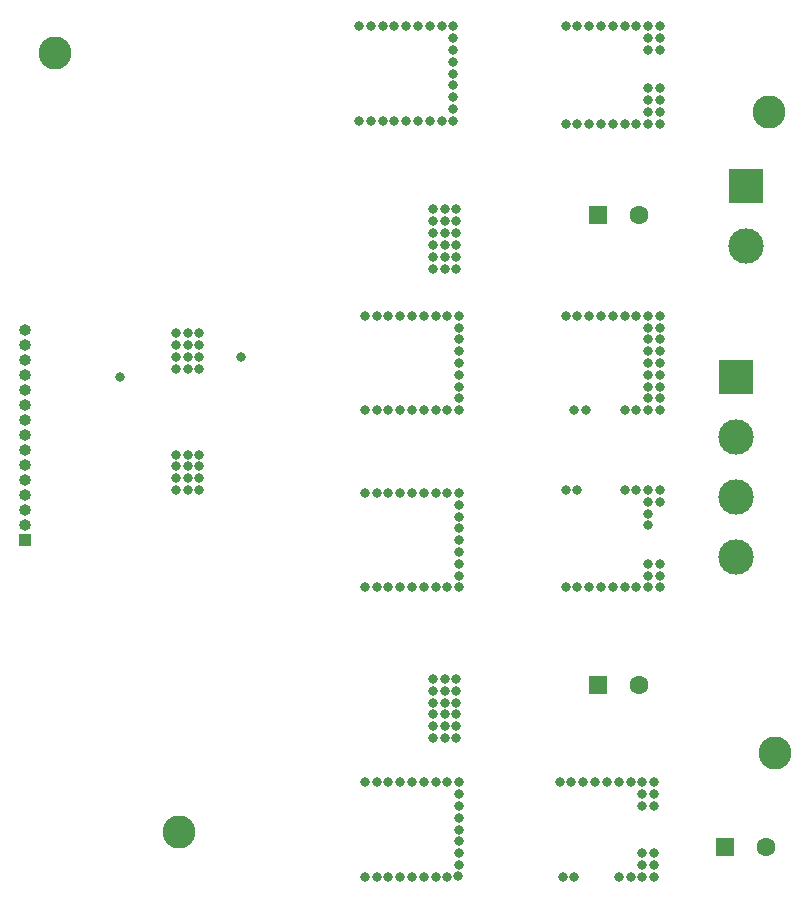
<source format=gbr>
G04 #@! TF.GenerationSoftware,KiCad,Pcbnew,5.0.2-bee76a0~70~ubuntu18.04.1*
G04 #@! TF.CreationDate,2019-02-27T20:57:34-05:00*
G04 #@! TF.ProjectId,Stepper Motor Prototype,53746570-7065-4722-904d-6f746f722050,rev?*
G04 #@! TF.SameCoordinates,Original*
G04 #@! TF.FileFunction,Copper,L2,Inr*
G04 #@! TF.FilePolarity,Positive*
%FSLAX46Y46*%
G04 Gerber Fmt 4.6, Leading zero omitted, Abs format (unit mm)*
G04 Created by KiCad (PCBNEW 5.0.2-bee76a0~70~ubuntu18.04.1) date Wed 27 Feb 2019 08:57:34 PM EST*
%MOMM*%
%LPD*%
G01*
G04 APERTURE LIST*
G04 #@! TA.AperFunction,ViaPad*
%ADD10C,3.000000*%
G04 #@! TD*
G04 #@! TA.AperFunction,ViaPad*
%ADD11R,3.000000X3.000000*%
G04 #@! TD*
G04 #@! TA.AperFunction,ViaPad*
%ADD12C,1.600000*%
G04 #@! TD*
G04 #@! TA.AperFunction,ViaPad*
%ADD13R,1.600000X1.600000*%
G04 #@! TD*
G04 #@! TA.AperFunction,ViaPad*
%ADD14C,2.800000*%
G04 #@! TD*
G04 #@! TA.AperFunction,ViaPad*
%ADD15O,1.000000X1.000000*%
G04 #@! TD*
G04 #@! TA.AperFunction,ViaPad*
%ADD16R,1.000000X1.000000*%
G04 #@! TD*
G04 #@! TA.AperFunction,ViaPad*
%ADD17C,0.800000*%
G04 #@! TD*
G04 APERTURE END LIST*
D10*
G04 #@! TO.N,+24V*
G04 #@! TO.C,J2*
X174000000Y-72080000D03*
D11*
G04 #@! TO.N,GND*
X174000000Y-67000000D03*
G04 #@! TD*
D10*
G04 #@! TO.N,Net-(J3-Pad4)*
G04 #@! TO.C,J3*
X173200000Y-98440000D03*
D11*
G04 #@! TO.N,/AOUT1*
X173200000Y-83200000D03*
D10*
G04 #@! TO.N,Net-(J3-Pad3)*
X173200000Y-93360000D03*
G04 #@! TO.N,/AOUT2*
X173200000Y-88280000D03*
G04 #@! TD*
D12*
G04 #@! TO.N,GND*
G04 #@! TO.C,C1*
X175750000Y-123000000D03*
D13*
G04 #@! TO.N,+24V*
X172250000Y-123000000D03*
G04 #@! TD*
D14*
G04 #@! TO.N,GND*
G04 #@! TO.C,TP1*
X115500000Y-55750000D03*
G04 #@! TD*
G04 #@! TO.N,GND*
G04 #@! TO.C,TP2*
X176000000Y-60750000D03*
G04 #@! TD*
G04 #@! TO.N,GND*
G04 #@! TO.C,TP3*
X126000000Y-121750000D03*
G04 #@! TD*
G04 #@! TO.N,GND*
G04 #@! TO.C,TP4*
X176500000Y-115000000D03*
G04 #@! TD*
D15*
G04 #@! TO.N,Net-(J1-Pad15)*
G04 #@! TO.C,J1*
X113000000Y-79220000D03*
G04 #@! TO.N,Net-(J1-Pad14)*
X113000000Y-80490000D03*
G04 #@! TO.N,Net-(J1-Pad13)*
X113000000Y-81760000D03*
G04 #@! TO.N,Net-(J1-Pad12)*
X113000000Y-83030000D03*
G04 #@! TO.N,Net-(J1-Pad11)*
X113000000Y-84300000D03*
G04 #@! TO.N,Net-(J1-Pad10)*
X113000000Y-85570000D03*
G04 #@! TO.N,Net-(J1-Pad9)*
X113000000Y-86840000D03*
G04 #@! TO.N,Net-(J1-Pad8)*
X113000000Y-88110000D03*
G04 #@! TO.N,Net-(J1-Pad7)*
X113000000Y-89380000D03*
G04 #@! TO.N,Net-(J1-Pad6)*
X113000000Y-90650000D03*
G04 #@! TO.N,Net-(J1-Pad5)*
X113000000Y-91920000D03*
G04 #@! TO.N,Net-(J1-Pad4)*
X113000000Y-93190000D03*
G04 #@! TO.N,+3V3*
X113000000Y-94460000D03*
G04 #@! TO.N,+1V8*
X113000000Y-95730000D03*
D16*
G04 #@! TO.N,GND*
X113000000Y-97000000D03*
G04 #@! TD*
D13*
G04 #@! TO.N,+24V*
G04 #@! TO.C,C9*
X161500000Y-69500000D03*
D12*
G04 #@! TO.N,GND*
X165000000Y-69500000D03*
G04 #@! TD*
G04 #@! TO.N,GND*
G04 #@! TO.C,C12*
X165000000Y-109250000D03*
D13*
G04 #@! TO.N,+24V*
X161500000Y-109250000D03*
G04 #@! TD*
D17*
G04 #@! TO.N,GND*
X125750000Y-92750000D03*
X126750000Y-92750000D03*
X125750000Y-91750000D03*
X126750000Y-91750000D03*
X127750000Y-91750000D03*
X127750000Y-92750000D03*
X127750000Y-90750000D03*
X126750000Y-90750000D03*
X125750000Y-90750000D03*
X125750000Y-89750000D03*
X126750000Y-89750000D03*
X127750000Y-89750000D03*
X125750000Y-79500000D03*
X127750000Y-82500000D03*
X127750000Y-81500000D03*
X126750000Y-82500000D03*
X125750000Y-81500000D03*
X125750000Y-80500000D03*
X126750000Y-81500000D03*
X127750000Y-80500000D03*
X127750000Y-79500000D03*
X125750000Y-82500000D03*
X126750000Y-80500000D03*
X126750000Y-79500000D03*
X131251654Y-81474990D03*
X147500000Y-69000000D03*
X148500000Y-69000000D03*
X149500000Y-69000000D03*
X149500000Y-70000000D03*
X148500000Y-70000000D03*
X147500000Y-70000000D03*
X147500000Y-71000000D03*
X148500000Y-70000000D03*
X148500000Y-70000000D03*
X148500000Y-71000000D03*
X149500000Y-71000000D03*
X149500000Y-72000000D03*
X148500000Y-72000000D03*
X147500000Y-72000000D03*
X147500000Y-73000000D03*
X148500000Y-73000000D03*
X149500000Y-73000000D03*
X148500000Y-74000000D03*
X147500000Y-74000000D03*
X149500000Y-74000000D03*
X147500000Y-110750000D03*
X148500000Y-113750000D03*
X149500000Y-113750000D03*
X149500000Y-108750000D03*
X147500000Y-112750000D03*
X149500000Y-111750000D03*
X147500000Y-113750000D03*
X148500000Y-111750000D03*
X148500000Y-108750000D03*
X147500000Y-108750000D03*
X148500000Y-109750000D03*
X147500000Y-111750000D03*
X149500000Y-110750000D03*
X148500000Y-110750000D03*
X147500000Y-109750000D03*
X148500000Y-112750000D03*
X148500000Y-109750000D03*
X149500000Y-112750000D03*
X148500000Y-109750000D03*
X149500000Y-109750000D03*
G04 #@! TO.N,+24V*
X141750000Y-117500000D03*
X141750000Y-117500000D03*
X141750000Y-117500000D03*
X142750000Y-117500000D03*
X143750000Y-117500000D03*
X144750000Y-117500000D03*
X145750000Y-117500000D03*
X146750000Y-117500000D03*
X147750000Y-117500000D03*
X148750000Y-117500000D03*
X149750000Y-118500000D03*
X149750000Y-119500000D03*
X149750000Y-120500000D03*
X149750000Y-121500000D03*
X149750000Y-122500000D03*
X149750000Y-123500000D03*
X149750000Y-124500000D03*
X149600000Y-125400000D03*
X148750000Y-125500000D03*
X147750000Y-125500000D03*
X146750000Y-125500000D03*
X145750000Y-125500000D03*
X144750000Y-125500000D03*
X143750000Y-125500000D03*
X142750000Y-125500000D03*
X141750000Y-125500000D03*
X149750000Y-117500000D03*
X149750000Y-97000000D03*
X149750000Y-99000000D03*
X147750000Y-93000000D03*
X141750000Y-93000000D03*
X149750000Y-95000000D03*
X149750000Y-94000000D03*
X141750000Y-93000000D03*
X149750000Y-101000000D03*
X146750000Y-93000000D03*
X142750000Y-93000000D03*
X146750000Y-101000000D03*
X147750000Y-101000000D03*
X149750000Y-100000000D03*
X148750000Y-93000000D03*
X144750000Y-101000000D03*
X149750000Y-96000000D03*
X141750000Y-93000000D03*
X143750000Y-101000000D03*
X142750000Y-101000000D03*
X149750000Y-98000000D03*
X145750000Y-101000000D03*
X148750000Y-101000000D03*
X145750000Y-93000000D03*
X144750000Y-93000000D03*
X141750000Y-101000000D03*
X143750000Y-93000000D03*
X149750000Y-93000000D03*
X148750000Y-86000000D03*
X144750000Y-78000000D03*
X141750000Y-86000000D03*
X141750000Y-78000000D03*
X147750000Y-86000000D03*
X149750000Y-82000000D03*
X149750000Y-79000000D03*
X149750000Y-80000000D03*
X143750000Y-86000000D03*
X148750000Y-78000000D03*
X144750000Y-86000000D03*
X145750000Y-86000000D03*
X149750000Y-78000000D03*
X149750000Y-86000000D03*
X141750000Y-78000000D03*
X146750000Y-86000000D03*
X149750000Y-85000000D03*
X141750000Y-78000000D03*
X149750000Y-81000000D03*
X149750000Y-83000000D03*
X149750000Y-84000000D03*
X143750000Y-78000000D03*
X147750000Y-78000000D03*
X146750000Y-78000000D03*
X142750000Y-86000000D03*
X142750000Y-78000000D03*
X145750000Y-78000000D03*
X149250000Y-53500000D03*
X149250000Y-55500000D03*
X147250000Y-61500000D03*
X143250000Y-61500000D03*
X146250000Y-61500000D03*
X148250000Y-53500000D03*
X144250000Y-61500000D03*
X149250000Y-58500000D03*
X142250000Y-53500000D03*
X149250000Y-54500000D03*
X144250000Y-53500000D03*
X149250000Y-61500000D03*
X149250000Y-60500000D03*
X145250000Y-61500000D03*
X149250000Y-59500000D03*
X147250000Y-53500000D03*
X141250000Y-53500000D03*
X141250000Y-53500000D03*
X149250000Y-57500000D03*
X145250000Y-53500000D03*
X148250000Y-61500000D03*
X142250000Y-61500000D03*
X141250000Y-53500000D03*
X141250000Y-61500000D03*
X149250000Y-56500000D03*
X146250000Y-53500000D03*
X143250000Y-53500000D03*
X121050000Y-83200000D03*
G04 #@! TO.N,Net-(J3-Pad4)*
X158250000Y-117500000D03*
X159250000Y-117500000D03*
X160250000Y-117500000D03*
X161250000Y-117500000D03*
X162250000Y-117500000D03*
X163250000Y-117500000D03*
X164250000Y-117500000D03*
X165250000Y-117500000D03*
X166250000Y-117500000D03*
X166250000Y-118500000D03*
X165250000Y-118500000D03*
X165250000Y-119500000D03*
X166250000Y-119500000D03*
X166250000Y-123500000D03*
X165250000Y-123500000D03*
X165250000Y-124500000D03*
X166250000Y-124500000D03*
X166250000Y-125500000D03*
X165250000Y-125500000D03*
X164250000Y-125500000D03*
X163250000Y-125500000D03*
X159500000Y-125500000D03*
X158500000Y-125500000D03*
G04 #@! TO.N,Net-(J3-Pad3)*
X158750000Y-92750000D03*
X159750000Y-92750000D03*
X166750000Y-92750000D03*
X165750000Y-92750000D03*
X165750000Y-93750000D03*
X166750000Y-93750000D03*
X165750000Y-94750000D03*
X165750000Y-95750000D03*
X164750000Y-92750000D03*
X163750000Y-92750000D03*
X166750000Y-101000000D03*
X165750000Y-101000000D03*
X164750000Y-101000000D03*
X163750000Y-101000000D03*
X162750000Y-101000000D03*
X161750000Y-101000000D03*
X160750000Y-101000000D03*
X159750000Y-101000000D03*
X158750000Y-101000000D03*
X165750000Y-100000000D03*
X166750000Y-100000000D03*
X166750000Y-99000000D03*
X165750000Y-99000000D03*
G04 #@! TO.N,/AOUT1*
X158750000Y-53500000D03*
X159750000Y-53500000D03*
X160750000Y-53500000D03*
X161750000Y-53500000D03*
X162750000Y-53500000D03*
X163750000Y-53500000D03*
X164750000Y-53500000D03*
X165750000Y-53500000D03*
X166750000Y-53500000D03*
X166750000Y-54500000D03*
X165750000Y-54500000D03*
X165750000Y-55500000D03*
X166750000Y-55500000D03*
X166750000Y-61750000D03*
X165750000Y-61750000D03*
X165750000Y-61750000D03*
X165750000Y-61750000D03*
X165750000Y-60750000D03*
X166750000Y-60750000D03*
X166750000Y-59750000D03*
X165750000Y-59750000D03*
X165750000Y-58750000D03*
X166750000Y-58750000D03*
X164750000Y-61750000D03*
X163750000Y-61750000D03*
X162750000Y-61750000D03*
X161750000Y-61750000D03*
X160750000Y-61750000D03*
X159750000Y-61750000D03*
X158750000Y-61750000D03*
G04 #@! TO.N,/AOUT2*
X158750000Y-78000000D03*
X159750000Y-78000000D03*
X160750000Y-78000000D03*
X161750000Y-78000000D03*
X162750000Y-78000000D03*
X163750000Y-78000000D03*
X164750000Y-78000000D03*
X165750000Y-78000000D03*
X166750000Y-78000000D03*
X166750000Y-79000000D03*
X165750000Y-79000000D03*
X165750000Y-80000000D03*
X166750000Y-80000000D03*
X166750000Y-81000000D03*
X165750000Y-81000000D03*
X165750000Y-82000000D03*
X166750000Y-82000000D03*
X166750000Y-83000000D03*
X165750000Y-83000000D03*
X165750000Y-84000000D03*
X166750000Y-84000000D03*
X166750000Y-85000000D03*
X165750000Y-85000000D03*
X165750000Y-86000000D03*
X166750000Y-86000000D03*
X164750000Y-86000000D03*
X163750000Y-86000000D03*
X160500000Y-86000000D03*
X159500000Y-86000000D03*
G04 #@! TD*
M02*

</source>
